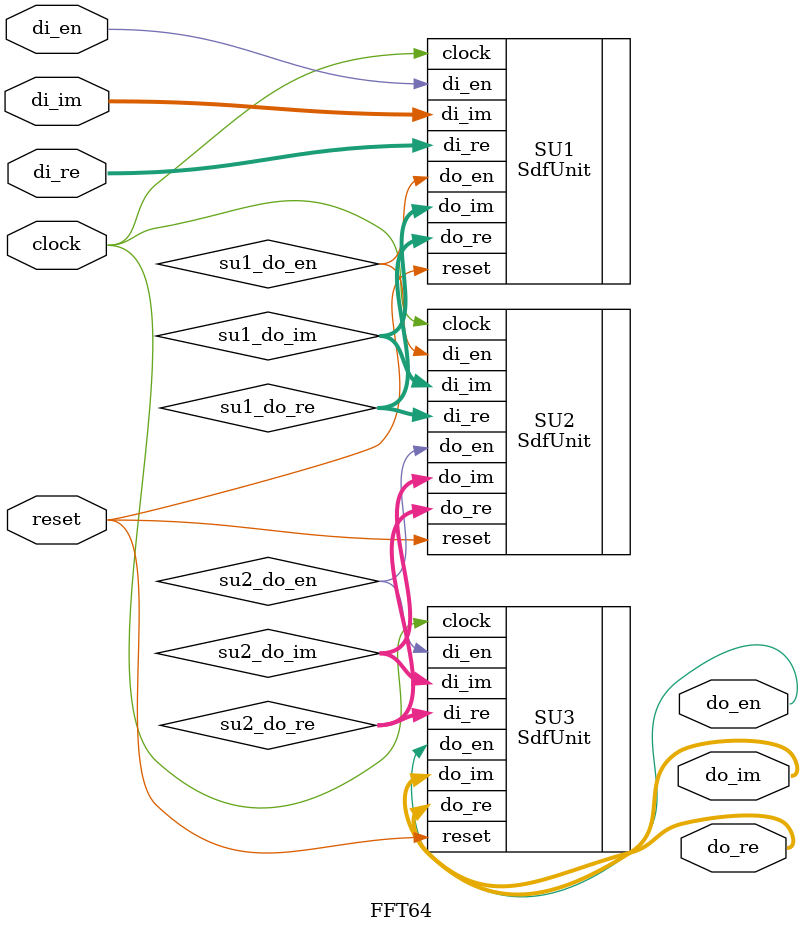
<source format=v>
module FFT64 #(parameter WIDTH = 16) (
		 input                clock,  //  Master Clock
		 input                reset,  //  Active High Asynchronous Reset
		 input                di_en,  //  Input Data Enable
		 input   [WIDTH-1:0]  di_re,  //  Input Data (Real)
		 input   [WIDTH-1:0]  di_im,  //  Input Data (Imag)
		 output               do_en,  //  Output Data Enable
		 output  [WIDTH-1:0]  do_re,  //  Output Data (Real)
		 output  [WIDTH-1:0]  do_im   //  Output Data (Imag)
	);
	//----------------------------------------------------------------------
	//  Data must be input consecutively in natural order.
	//  The result is scaled to 1/N and output in bit-reversed order.
	//  The output latency is 71 clock cycles.
	//----------------------------------------------------------------------

	wire             su1_do_en;
	wire [WIDTH-1:0] su1_do_re;
	wire [WIDTH-1:0] su1_do_im;
	wire             su2_do_en;
	wire [WIDTH-1:0] su2_do_re;
	wire [WIDTH-1:0] su2_do_im;

	SdfUnit #(.N(64), .M(64), .WIDTH(WIDTH)) SU1 (
		 .clock  (clock    ),  //  i
		 .reset  (reset    ),  //  i
		 .di_en  (di_en    ),  //  i
		 .di_re  (di_re    ),  //  i
		 .di_im  (di_im    ),  //  i
		 .do_en  (su1_do_en),  //  o
		 .do_re  (su1_do_re),  //  o
		 .do_im  (su1_do_im)   //  o
	);

	SdfUnit #(.N(64), .M(16), .WIDTH(WIDTH)) SU2 (
		 .clock  (clock    ),  //  i
		 .reset  (reset    ),  //  i
		 .di_en  (su1_do_en),  //  i
		 .di_re  (su1_do_re),  //  i
		 .di_im  (su1_do_im),  //  i
		 .do_en  (su2_do_en),  //  o
		 .do_re  (su2_do_re),  //  o
		 .do_im  (su2_do_im)   //  o
	);

	SdfUnit #(.N(64), .M(4), .WIDTH(WIDTH)) SU3 (
		 .clock  (clock    ),  //  i
		 .reset  (reset    ),  //  i
		 .di_en  (su2_do_en),  //  i
		 .di_re  (su2_do_re),  //  i
		 .di_im  (su2_do_im),  //  i
		 .do_en  (do_en    ),  //  o
		 .do_re  (do_re    ),  //  o
		 .do_im  (do_im    )   //  o
	);

endmodule

</source>
